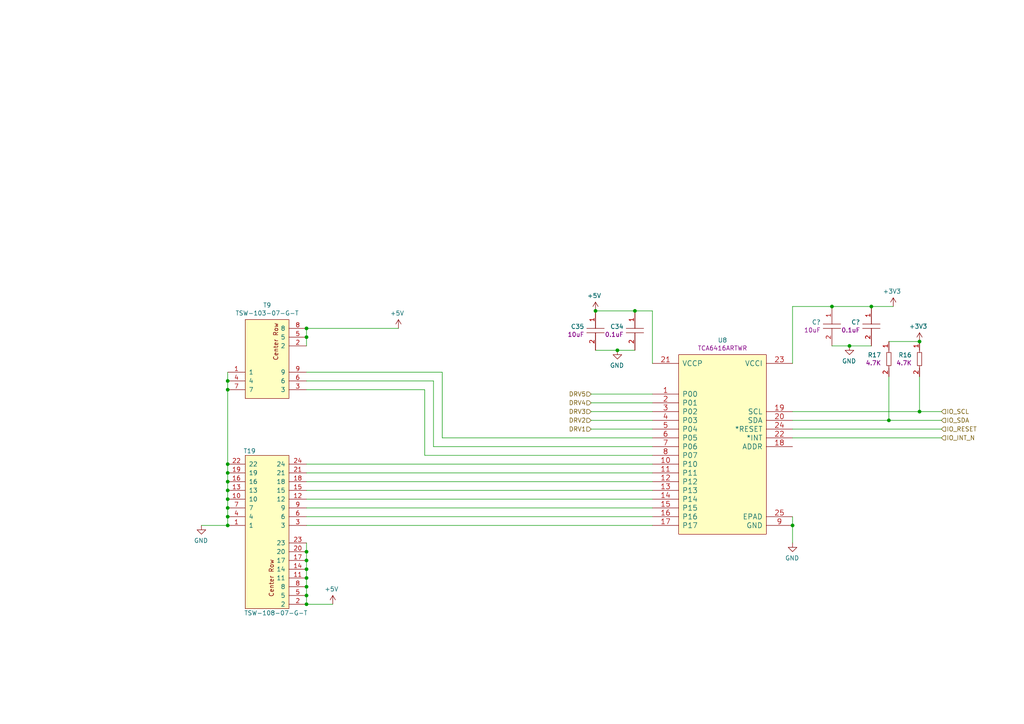
<source format=kicad_sch>
(kicad_sch (version 20231120) (generator "eeschema") (generator_version "8.0")
  (paper "A4")
  (lib_symbols
    (symbol "AVR-KiCAD-Lib-Capacitors:C0402C104K9PACTU" (pin_names (offset 1.016))
      (property "Reference" "C" (at -2.54 2.54 0))
      (property "_Value_" "0.1uF" (at 58.42 63.5 0))
      (symbol "C0402C104K9PACTU_1_1"
        (polyline (pts (xy 0 2.54) (xy 0 -2.54)))
        (polyline (pts (xy 1.27 2.54) (xy 1.27 -2.54)))
        (pin input line (at -5.08 0 0) (length 5.08) (name "~") (number "1"))
        (pin input line (at 6.35 0 180) (length 5.08) (name "~") (number "2"))
      )
    )
    (symbol "AVR-KiCAD-Lib-Capacitors:GRM188R61A106KE69J" (pin_names (offset 1.016))
      (property "Reference" "C" (at -2.54 2.54 0))
      (property "_Value_" "10uF" (at 58.42 63.5 0))
      (symbol "GRM188R61A106KE69J_1_1"
        (polyline (pts (xy 0 2.54) (xy 0 -2.54)))
        (polyline (pts (xy 1.27 2.54) (xy 1.27 -2.54)))
        (pin input line (at -5.08 0 0) (length 5.08) (name "~") (number "1"))
        (pin input line (at 6.35 0 180) (length 5.08) (name "~") (number "2"))
      )
    )
    (symbol "AVR-KiCAD-Lib-Connectors:TSW-103-07-G-T" (pin_names (offset 1.016))
      (property "Reference" "J" (at -2.54 2.54 0))
      (property "Value" "TSW-103-07-G-T" (at 1.27 5.08 0))
      (symbol "TSW-103-07-G-T_0_0"
        (text "Center Row" (at 8.89 -16.51 900) (effects (font (size 1.27 1.27))))
      )
      (symbol "TSW-103-07-G-T_0_1"
        (rectangle (start 0 0) (end 12.7 -22.86) (fill (type background)))
      )
      (symbol "TSW-103-07-G-T_1_1"
        (pin passive line (at -5.08 -7.62 0) (length 5.08) (name "1") (number "1"))
        (pin passive line (at 17.78 -15.24 180) (length 5.08) (name "2") (number "2"))
        (pin passive line (at 17.78 -2.54 180) (length 5.08) (name "3") (number "3"))
        (pin passive line (at -5.08 -5.08 0) (length 5.08) (name "4") (number "4"))
        (pin passive line (at 17.78 -17.78 180) (length 5.08) (name "5") (number "5"))
        (pin passive line (at 17.78 -5.08 180) (length 5.08) (name "6") (number "6"))
        (pin passive line (at -5.08 -2.54 0) (length 5.08) (name "7") (number "7"))
        (pin passive line (at 17.78 -20.32 180) (length 5.08) (name "8") (number "8"))
        (pin passive line (at 17.78 -7.62 180) (length 5.08) (name "9") (number "9"))
      )
    )
    (symbol "AVR-KiCAD-Lib-Connectors:TSW-108-07-G-T" (pin_names (offset 1.016))
      (property "Reference" "J" (at -2.54 2.54 0))
      (property "Value" "TSW-108-07-G-T" (at 1.27 5.08 0))
      (symbol "TSW-108-07-G-T_0_0"
        (text "Center Row" (at 7.62 -35.56 900) (effects (font (size 1.27 1.27))))
      )
      (symbol "TSW-108-07-G-T_0_1"
        (rectangle (start 0 0) (end 12.7 -44.45) (fill (type background)))
      )
      (symbol "TSW-108-07-G-T_1_1"
        (pin passive line (at -5.08 -20.32 0) (length 5.08) (name "1") (number "1"))
        (pin passive line (at -5.08 -12.7 0) (length 5.08) (name "10") (number "10"))
        (pin passive line (at 17.78 -35.56 180) (length 5.08) (name "11") (number "11"))
        (pin passive line (at 17.78 -12.7 180) (length 5.08) (name "12") (number "12"))
        (pin passive line (at -5.08 -10.16 0) (length 5.08) (name "13") (number "13"))
        (pin passive line (at 17.78 -33.02 180) (length 5.08) (name "14") (number "14"))
        (pin passive line (at 17.78 -10.16 180) (length 5.08) (name "15") (number "15"))
        (pin passive line (at -5.08 -7.62 0) (length 5.08) (name "16") (number "16"))
        (pin passive line (at 17.78 -30.48 180) (length 5.08) (name "17") (number "17"))
        (pin passive line (at 17.78 -7.62 180) (length 5.08) (name "18") (number "18"))
        (pin passive line (at -5.08 -5.08 0) (length 5.08) (name "19") (number "19"))
        (pin passive line (at 17.78 -43.18 180) (length 5.08) (name "2") (number "2"))
        (pin passive line (at 17.78 -27.94 180) (length 5.08) (name "20") (number "20"))
        (pin passive line (at 17.78 -5.08 180) (length 5.08) (name "21") (number "21"))
        (pin passive line (at -5.08 -2.54 0) (length 5.08) (name "22") (number "22"))
        (pin passive line (at 17.78 -25.4 180) (length 5.08) (name "23") (number "23"))
        (pin passive line (at 17.78 -2.54 180) (length 5.08) (name "24") (number "24"))
        (pin passive line (at 17.78 -20.32 180) (length 5.08) (name "3") (number "3"))
        (pin passive line (at -5.08 -17.78 0) (length 5.08) (name "4") (number "4"))
        (pin passive line (at 17.78 -40.64 180) (length 5.08) (name "5") (number "5"))
        (pin passive line (at 17.78 -17.78 180) (length 5.08) (name "6") (number "6"))
        (pin passive line (at -5.08 -15.24 0) (length 5.08) (name "7") (number "7"))
        (pin passive line (at 17.78 -38.1 180) (length 5.08) (name "8") (number "8"))
        (pin passive line (at 17.78 -15.24 180) (length 5.08) (name "9") (number "9"))
      )
    )
    (symbol "AVR-KiCAD-Lib-ICs:TCA6416ARTWR" (pin_names (offset 1.016))
      (property "Reference" "U" (at 0 1.27 0))
      (property "_Value_" "TCA6416ARTWR" (at 58.42 63.5 0))
      (symbol "TCA6416ARTWR_0_1"
        (rectangle (start 0 0) (end 25.4 -52.07) (fill (type background)))
      )
      (symbol "TCA6416ARTWR_1_1"
        (pin output line (at 33.02 -11.43 180) (length 7.62) (name "P00") (number "1"))
        (pin output line (at 33.02 -31.75 180) (length 7.62) (name "P10") (number "10"))
        (pin output line (at 33.02 -34.29 180) (length 7.62) (name "P11") (number "11"))
        (pin power_in line (at 33.02 -36.83 180) (length 7.62) (name "P12") (number "12"))
        (pin output line (at 33.02 -39.37 180) (length 7.62) (name "P13") (number "13"))
        (pin output line (at 33.02 -41.91 180) (length 7.62) (name "P14") (number "14"))
        (pin output line (at 33.02 -44.45 180) (length 7.62) (name "P15") (number "15"))
        (pin output line (at 33.02 -46.99 180) (length 7.62) (name "P16") (number "16"))
        (pin output line (at 33.02 -49.53 180) (length 7.62) (name "P17") (number "17"))
        (pin unspecified line (at -7.62 -26.67 0) (length 7.62) (name "ADDR") (number "18"))
        (pin unspecified line (at -7.62 -16.51 0) (length 7.62) (name "SCL") (number "19"))
        (pin output line (at 33.02 -13.97 180) (length 7.62) (name "P01") (number "2"))
        (pin unspecified line (at -7.62 -19.05 0) (length 7.62) (name "SDA") (number "20"))
        (pin power_in line (at 33.02 -2.54 180) (length 7.62) (name "VCCP") (number "21"))
        (pin output line (at -7.62 -24.13 0) (length 7.62) (name "*INT") (number "22"))
        (pin power_in line (at -7.62 -2.54 0) (length 7.62) (name "VCCI") (number "23"))
        (pin input line (at -7.62 -21.59 0) (length 7.62) (name "*RESET") (number "24"))
        (pin unspecified line (at -7.62 -46.99 0) (length 7.62) (name "EPAD") (number "25"))
        (pin output line (at 33.02 -16.51 180) (length 7.62) (name "P02") (number "3"))
        (pin output line (at 33.02 -19.05 180) (length 7.62) (name "P03") (number "4"))
        (pin output line (at 33.02 -21.59 180) (length 7.62) (name "P04") (number "5"))
        (pin output line (at 33.02 -24.13 180) (length 7.62) (name "P05") (number "6"))
        (pin output line (at 33.02 -26.67 180) (length 7.62) (name "P06") (number "7"))
        (pin output line (at 33.02 -29.21 180) (length 7.62) (name "P07") (number "8"))
        (pin power_in line (at -7.62 -49.53 0) (length 7.62) (name "GND") (number "9"))
      )
    )
    (symbol "AVR-KiCAD-Lib-Resistors:RC0402FR-074K7L" (pin_names (offset 1.016))
      (property "Reference" "R" (at -2.54 2.54 0))
      (property "Value" "RC0402FR-074K7L" (at 1.27 5.08 0))
      (property "_Value_" "4.7K" (at 58.42 63.5 0))
      (symbol "RC0402FR-074K7L_0_1"
        (rectangle (start -1.905 0.635) (end 1.905 -0.635))
        (polyline (pts (xy -2.54 0) (xy -1.905 0)))
        (polyline (pts (xy -1.905 0) (xy -1.905 0)))
        (polyline (pts (xy 1.905 0) (xy 1.905 0)))
        (polyline (pts (xy 2.54 0) (xy 1.905 0)))
      )
      (symbol "RC0402FR-074K7L_1_1"
        (pin passive line (at -5.08 0 0) (length 2.5146) (name "~") (number "1"))
        (pin passive line (at 5.08 0 180) (length 2.5146) (name "~") (number "2"))
      )
    )
    (symbol "agricoltura-vine-k-rescue:+3V3-power" (power) (pin_names (offset 0))
      (property "Value" "power_+3V3" (at 0 3.556 0))
      (symbol "+3V3-power_0_1"
        (polyline (pts (xy -0.762 1.27) (xy 0 2.54)))
        (polyline (pts (xy 0 0) (xy 0 2.54)))
        (polyline (pts (xy 0 2.54) (xy 0.762 1.27)))
      )
      (symbol "+3V3-power_1_1"
        (pin power_in line (at 0 0 90) (length 0) hide (name "+3V3") (number "1"))
      )
    )
    (symbol "agricoltura-vine-k-rescue:+5V-power" (power) (pin_names (offset 0))
      (property "Value" "power_+5V" (at 0 3.556 0))
      (symbol "+5V-power_0_1"
        (polyline (pts (xy -0.762 1.27) (xy 0 2.54)))
        (polyline (pts (xy 0 0) (xy 0 2.54)))
        (polyline (pts (xy 0 2.54) (xy 0.762 1.27)))
      )
      (symbol "+5V-power_1_1"
        (pin power_in line (at 0 0 90) (length 0) hide (name "+5V") (number "1"))
      )
    )
    (symbol "agricoltura-vine-k-rescue:GND-power" (power) (pin_names (offset 0))
      (property "Value" "power_GND" (at 0 -3.81 0))
      (symbol "GND-power_0_1"
        (polyline (pts (xy 0 0) (xy 0 -1.27) (xy 1.27 -1.27) (xy 0 -2.54) (xy -1.27 -1.27) (xy 0 -1.27)))
      )
      (symbol "GND-power_1_1"
        (pin power_in line (at 0 0 270) (length 0) hide (name "GND") (number "1"))
      )
    )
  )
  (junction (at 184.15 90.17))
  (junction (at 66.04 149.86))
  (junction (at 66.04 152.4))
  (junction (at 66.04 147.32))
  (junction (at 252.73 88.9))
  (junction (at 66.04 134.62))
  (junction (at 88.9 162.56))
  (junction (at 172.72 90.17))
  (junction (at 241.3 88.9))
  (junction (at 266.7 119.38))
  (junction (at 229.87 152.4))
  (junction (at 66.04 110.49))
  (junction (at 66.04 139.7))
  (junction (at 66.04 137.16))
  (junction (at 88.9 167.64))
  (junction (at 257.81 121.92))
  (junction (at 266.7 99.06))
  (junction (at 179.07 101.6))
  (junction (at 88.9 160.02))
  (junction (at 88.9 172.72))
  (junction (at 88.9 95.25))
  (junction (at 246.38 100.33))
  (junction (at 66.04 144.78))
  (junction (at 88.9 97.79))
  (junction (at 66.04 113.03))
  (junction (at 88.9 165.1))
  (junction (at 88.9 175.26))
  (junction (at 88.9 170.18))
  (junction (at 66.04 142.24))
  (wire (pts (xy 66.04 144.78) (xy 66.04 147.32)))
  (wire (pts (xy 189.23 119.38) (xy 171.45 119.38)))
  (wire (pts (xy 66.04 149.86) (xy 66.04 152.4)))
  (wire (pts (xy 66.04 134.62) (xy 66.04 137.16)))
  (wire (pts (xy 88.9 157.48) (xy 88.9 160.02)))
  (wire (pts (xy 189.23 116.84) (xy 171.45 116.84)))
  (wire (pts (xy 189.23 144.78) (xy 88.9 144.78)))
  (wire (pts (xy 252.73 100.33) (xy 246.38 100.33)))
  (wire (pts (xy 266.7 99.06) (xy 257.81 99.06)))
  (wire (pts (xy 88.9 167.64) (xy 88.9 170.18)))
  (wire (pts (xy 88.9 162.56) (xy 88.9 165.1)))
  (wire (pts (xy 229.87 121.92) (xy 257.81 121.92)))
  (wire (pts (xy 189.23 142.24) (xy 88.9 142.24)))
  (wire (pts (xy 128.27 107.95) (xy 88.9 107.95)))
  (wire (pts (xy 172.72 90.17) (xy 184.15 90.17)))
  (wire (pts (xy 184.15 101.6) (xy 179.07 101.6)))
  (wire (pts (xy 66.04 147.32) (xy 66.04 149.86)))
  (wire (pts (xy 88.9 170.18) (xy 88.9 172.72)))
  (wire (pts (xy 88.9 160.02) (xy 88.9 162.56)))
  (wire (pts (xy 246.38 100.33) (xy 241.3 100.33)))
  (wire (pts (xy 123.19 113.03) (xy 88.9 113.03)))
  (wire (pts (xy 189.23 124.46) (xy 171.45 124.46)))
  (wire (pts (xy 88.9 172.72) (xy 88.9 175.26)))
  (wire (pts (xy 171.45 114.3) (xy 189.23 114.3)))
  (wire (pts (xy 58.42 152.4) (xy 66.04 152.4)))
  (wire (pts (xy 88.9 110.49) (xy 125.73 110.49)))
  (wire (pts (xy 88.9 165.1) (xy 88.9 167.64)))
  (wire (pts (xy 189.23 90.17) (xy 189.23 105.41)))
  (wire (pts (xy 88.9 100.33) (xy 88.9 97.79)))
  (wire (pts (xy 189.23 132.08) (xy 123.19 132.08)))
  (wire (pts (xy 229.87 152.4) (xy 229.87 157.48)))
  (wire (pts (xy 66.04 137.16) (xy 66.04 139.7)))
  (wire (pts (xy 66.04 142.24) (xy 66.04 144.78)))
  (wire (pts (xy 229.87 88.9) (xy 241.3 88.9)))
  (wire (pts (xy 273.05 121.92) (xy 257.81 121.92)))
  (wire (pts (xy 88.9 97.79) (xy 88.9 95.25)))
  (wire (pts (xy 184.15 90.17) (xy 189.23 90.17)))
  (wire (pts (xy 229.87 127) (xy 273.05 127)))
  (wire (pts (xy 189.23 127) (xy 128.27 127)))
  (wire (pts (xy 229.87 149.86) (xy 229.87 152.4)))
  (wire (pts (xy 66.04 107.95) (xy 66.04 110.49)))
  (wire (pts (xy 128.27 127) (xy 128.27 107.95)))
  (wire (pts (xy 189.23 152.4) (xy 88.9 152.4)))
  (wire (pts (xy 266.7 109.22) (xy 266.7 119.38)))
  (wire (pts (xy 257.81 109.22) (xy 257.81 121.92)))
  (wire (pts (xy 88.9 175.26) (xy 96.52 175.26)))
  (wire (pts (xy 189.23 139.7) (xy 88.9 139.7)))
  (wire (pts (xy 273.05 119.38) (xy 266.7 119.38)))
  (wire (pts (xy 229.87 124.46) (xy 273.05 124.46)))
  (wire (pts (xy 252.73 88.9) (xy 259.08 88.9)))
  (wire (pts (xy 229.87 119.38) (xy 266.7 119.38)))
  (wire (pts (xy 189.23 121.92) (xy 171.45 121.92)))
  (wire (pts (xy 66.04 110.49) (xy 66.04 113.03)))
  (wire (pts (xy 123.19 132.08) (xy 123.19 113.03)))
  (wire (pts (xy 125.73 110.49) (xy 125.73 129.54)))
  (wire (pts (xy 66.04 139.7) (xy 66.04 142.24)))
  (wire (pts (xy 189.23 137.16) (xy 88.9 137.16)))
  (wire (pts (xy 179.07 101.6) (xy 172.72 101.6)))
  (wire (pts (xy 66.04 113.03) (xy 66.04 134.62)))
  (wire (pts (xy 229.87 105.41) (xy 229.87 88.9)))
  (wire (pts (xy 189.23 149.86) (xy 88.9 149.86)))
  (wire (pts (xy 241.3 88.9) (xy 252.73 88.9)))
  (wire (pts (xy 125.73 129.54) (xy 189.23 129.54)))
  (wire (pts (xy 88.9 95.25) (xy 115.57 95.25)))
  (wire (pts (xy 189.23 134.62) (xy 88.9 134.62)))
  (wire (pts (xy 189.23 147.32) (xy 88.9 147.32)))
  (hierarchical_label "DRV3" (shape input) (at 171.45 119.38 180))
  (hierarchical_label "DRV5" (shape input) (at 171.45 114.3 180))
  (hierarchical_label "IO_SCL" (shape input) (at 273.05 119.38 0))
  (hierarchical_label "IO_RESET" (shape input) (at 273.05 124.46 0))
  (hierarchical_label "IO_SDA" (shape input) (at 273.05 121.92 0))
  (hierarchical_label "DRV2" (shape input) (at 171.45 121.92 180))
  (hierarchical_label "DRV4" (shape input) (at 171.45 116.84 180))
  (hierarchical_label "IO_INT_N" (shape input) (at 273.05 127 0))
  (hierarchical_label "DRV1" (shape input) (at 171.45 124.46 180))
  (symbol (lib_id "AVR-KiCAD-Lib-Capacitors:GRM188R61A106KE69J") (at 172.72 95.25 90) (mirror x) (unit 1)
    (property "Reference" "C35" (at 169.4688 94.7166 90) (effects (justify left)))
    (property "Value" "GRM188R61A106KE69J" (effects (hide yes)))
    (property "Footprint" "AVR-KiCAD-Lib-Capacitors:C0603" (effects (hide yes)))
    (property "Datasheet" "https://search.murata.co.jp/Ceramy/image/img/A01X/G101/ENG/GRM188R61A106KE69-01.pdf" (effects (hide yes)))
    (property "Description" "10µF ±10% 10V Ceramic Capacitor X5R 0603 (1608 Metric)" (effects (hide yes)))
    (property "Cost QTY: 1" "0.18000" (effects (hide yes)))
    (property "Cost QTY: 1000" "0.03841" (effects (hide yes)))
    (property "Cost QTY: 2500" "0.03674" (effects (hide yes)))
    (property "Cost QTY: 5000" "0.03340" (effects (hide yes)))
    (property "Cost QTY: 10000" "0.02640" (effects (hide yes)))
    (property "MFR" "Murata Electronics" (effects (hide yes)))
    (property "MFR#" "GRM188R61A106KE69J" (effects (hide yes)))
    (property "Vendor" "Digikey" (effects (hide yes)))
    (property "Vendor #" "490-14372-2-ND" (effects (hide yes)))
    (property "Designer" "AVR" (effects (hide yes)))
    (property "Height" "0.95mm" (effects (hide yes)))
    (property "Date Created" "2/28/2020" (effects (hide yes)))
    (property "Date Modified" "2/28/2020" (effects (hide yes)))
    (property "Lead-Free ?" "Yes" (effects (hide yes)))
    (property "RoHS Levels" "1" (effects (hide yes)))
    (property "Mounting" "SMT" (effects (hide yes)))
    (property "Pin Count #" "2" (effects (hide yes)))
    (property "Status" "Active" (effects (hide yes)))
    (property "Tolerance" "10%" (effects (hide yes)))
    (property "Type" "Ceramic Cap" (effects (hide yes)))
    (property "Voltage" "10V" (effects (hide yes)))
    (property "Package" "0603" (effects (hide yes)))
    (property "_Value_" "10uF" (at 169.4688 97.028 90) (effects (justify left)))
    (property "Management_ID" "*" (effects (hide yes)))
  )
  (symbol (lib_id "AVR-KiCAD-Lib-Capacitors:C0402C104K9PACTU") (at 184.15 95.25 90) (mirror x) (unit 1)
    (property "Reference" "C34" (at 180.8988 94.7166 90) (effects (justify left)))
    (property "Value" "C0402C104K9PACTU" (effects (hide yes)))
    (property "Footprint" "AVR-KiCAD-Lib-Resistors:R0402" (effects (hide yes)))
    (property "Datasheet" "https://content.kemet.com/datasheets/KEM_C1006_X5R_SMD.pdf" (effects (hide yes)))
    (property "Description" "0.1µF ±10% 6.3V Ceramic Capacitor X5R 0402 (1005 Metric)" (effects (hide yes)))
    (property "Cost QTY: 1" "0.10000" (effects (hide yes)))
    (property "Cost QTY: 1000" "0.01139" (effects (hide yes)))
    (property "Cost QTY: 2500" "0.01035" (effects (hide yes)))
    (property "Cost QTY: 5000" "0.00952" (effects (hide yes)))
    (property "Cost QTY: 10000" "0.00756" (effects (hide yes)))
    (property "MFR" "KEMET" (effects (hide yes)))
    (property "MFR#" "C0402C104K9PACTU" (effects (hide yes)))
    (property "Vendor" "Digikey" (effects (hide yes)))
    (property "Vendor #" "399-3026-6-ND" (effects (hide yes)))
    (property "Designer" "AVR" (effects (hide yes)))
    (property "Height" "0.55mm" (effects (hide yes)))
    (property "Date Created" "12/7/2019" (effects (hide yes)))
    (property "Date Modified" "12/7/2019" (effects (hide yes)))
    (property "Lead-Free ?" "Yes" (effects (hide yes)))
    (property "RoHS Levels" "1" (effects (hide yes)))
    (property "Mounting" "SMT" (effects (hide yes)))
    (property "Pin Count #" "2" (effects (hide yes)))
    (property "Status" "Active" (effects (hide yes)))
    (property "Tolerance" "10%" (effects (hide yes)))
    (property "Type" "Ceramic Cap" (effects (hide yes)))
    (property "Voltage" "6.3V" (effects (hide yes)))
    (property "Package" "0402" (effects (hide yes)))
    (property "_Value_" "0.1uF" (at 180.8988 97.028 90) (effects (justify left)))
    (property "Management_ID" "*" (effects (hide yes)))
  )
  (symbol (lib_id "agricoltura-vine-k-rescue:+5V-power") (at 172.72 90.17 0) (mirror y) (unit 1)
    (property "Reference" "#PWR0103" (effects (hide yes)))
    (property "Value" "+5V" (at 172.339 85.7758 0))
  )
  (symbol (lib_id "agricoltura-vine-k-rescue:GND-power") (at 179.07 101.6 0) (mirror y) (unit 1)
    (property "Reference" "#PWR0115" (effects (hide yes)))
    (property "Value" "GND" (at 178.943 105.9942 0))
  )
  (symbol (lib_id "AVR-KiCAD-Lib-Resistors:RC0402FR-074K7L") (at 266.7 104.14 90) (mirror x) (unit 1)
    (property "Reference" "R16" (at 264.4648 102.9716 90) (effects (justify left)))
    (property "Value" "RC0402FR-074K7L" (effects (hide yes)))
    (property "Footprint" "AVR-KiCAD-Lib-Resistors:R0402" (effects (hide yes)))
    (property "Datasheet" "https://www.yageo.com/upload/media/product/productsearch/datasheet/rchip/PYu-RC_Group_51_RoHS_L_10.pdf" (effects (hide yes)))
    (property "Description" "4.7 kOhms ±1% 0.063W, 1/16W Chip Resistor 0402 (1005 Metric) Moisture Resistant Thick Film" (effects (hide yes)))
    (property "Cost QTY: 1" "0.10000" (effects (hide yes)))
    (property "Cost QTY: 1000" "0.00289" (effects (hide yes)))
    (property "Cost QTY: 2500" "0.00251" (effects (hide yes)))
    (property "Cost QTY: 5000" "0.00207" (effects (hide yes)))
    (property "Cost QTY: 10000" "0.00163" (effects (hide yes)))
    (property "MFR" "Yageo" (effects (hide yes)))
    (property "MFR#" "RC0402FR-074K7L" (effects (hide yes)))
    (property "Vendor" "Digikey" (effects (hide yes)))
    (property "Vendor #" "311-4.7KLRCT-ND" (effects (hide yes)))
    (property "Designer" "AVR" (effects (hide yes)))
    (property "Height" "0.4mm" (effects (hide yes)))
    (property "Date Created" "12/11/2019" (effects (hide yes)))
    (property "Date Modified" "12/11/2019" (effects (hide yes)))
    (property "Lead-Free ?" "Yes" (effects (hide yes)))
    (property "RoHS Levels" "1" (effects (hide yes)))
    (property "Mounting" "SMT" (effects (hide yes)))
    (property "Pin Count #" "2" (effects (hide yes)))
    (property "Status" "Active" (effects (hide yes)))
    (property "Tolerance" "1%" (effects (hide yes)))
    (property "Type" "Thick Film Resistor" (effects (hide yes)))
    (property "Voltage" "*" (effects (hide yes)))
    (property "Package" "0402" (effects (hide yes)))
    (property "_Value_" "4.7K" (at 264.4648 105.283 90) (effects (justify left)))
    (property "Management_ID" "*" (effects (hide yes)))
    (instances (project "agricoltura-water-lily" (path "" (reference "R16") (unit 1)) (path "" (reference "R?") (unit 1))))
  )
  (symbol (lib_id "AVR-KiCAD-Lib-Resistors:RC0402FR-074K7L") (at 257.81 104.14 90) (mirror x) (unit 1)
    (property "Reference" "R17" (at 255.5748 102.9716 90) (effects (justify left)))
    (property "Value" "RC0402FR-074K7L" (effects (hide yes)))
    (property "Footprint" "AVR-KiCAD-Lib-Resistors:R0402" (effects (hide yes)))
    (property "Datasheet" "https://www.yageo.com/upload/media/product/productsearch/datasheet/rchip/PYu-RC_Group_51_RoHS_L_10.pdf" (effects (hide yes)))
    (property "Description" "4.7 kOhms ±1% 0.063W, 1/16W Chip Resistor 0402 (1005 Metric) Moisture Resistant Thick Film" (effects (hide yes)))
    (property "Cost QTY: 1" "0.10000" (effects (hide yes)))
    (property "Cost QTY: 1000" "0.00289" (effects (hide yes)))
    (property "Cost QTY: 2500" "0.00251" (effects (hide yes)))
    (property "Cost QTY: 5000" "0.00207" (effects (hide yes)))
    (property "Cost QTY: 10000" "0.00163" (effects (hide yes)))
    (property "MFR" "Yageo" (effects (hide yes)))
    (property "MFR#" "RC0402FR-074K7L" (effects (hide yes)))
    (property "Vendor" "Digikey" (effects (hide yes)))
    (property "Vendor #" "311-4.7KLRCT-ND" (effects (hide yes)))
    (property "Designer" "AVR" (effects (hide yes)))
    (property "Height" "0.4mm" (effects (hide yes)))
    (property "Date Created" "12/11/2019" (effects (hide yes)))
    (property "Date Modified" "12/11/2019" (effects (hide yes)))
    (property "Lead-Free ?" "Yes" (effects (hide yes)))
    (property "RoHS Levels" "1" (effects (hide yes)))
    (property "Mounting" "SMT" (effects (hide yes)))
    (property "Pin Count #" "2" (effects (hide yes)))
    (property "Status" "Active" (effects (hide yes)))
    (property "Tolerance" "1%" (effects (hide yes)))
    (property "Type" "Thick Film Resistor" (effects (hide yes)))
    (property "Voltage" "*" (effects (hide yes)))
    (property "Package" "0402" (effects (hide yes)))
    (property "_Value_" "4.7K" (at 255.5748 105.283 90) (effects (justify left)))
    (property "Management_ID" "*" (effects (hide yes)))
    (instances (project "agricoltura-water-lily" (path "" (reference "R17") (unit 1)) (path "" (reference "R?") (unit 1))))
  )
  (symbol (lib_id "agricoltura-vine-k-rescue:+3V3-power") (at 266.7 99.06 0) (mirror y) (unit 1)
    (property "Reference" "#PWR0101" (effects (hide yes)))
    (property "Value" "+3V3" (at 266.319 94.6658 0))
    (instances (project "agricoltura-water-lily" (path "" (reference "#PWR0101") (unit 1)) (path "" (reference "#PWR?") (unit 1))))
  )
  (symbol (lib_id "AVR-KiCAD-Lib-Capacitors:GRM188R61A106KE69J") (at 241.3 93.98 90) (mirror x) (unit 1)
    (property "Reference" "C?" (at 238.0488 93.4466 90) (effects (justify left)))
    (property "Value" "GRM188R61A106KE69J" (effects (hide yes)))
    (property "Footprint" "AVR-KiCAD-Lib-Capacitors:C0603" (effects (hide yes)))
    (property "Datasheet" "https://search.murata.co.jp/Ceramy/image/img/A01X/G101/ENG/GRM188R61A106KE69-01.pdf" (effects (hide yes)))
    (property "Description" "10µF ±10% 10V Ceramic Capacitor X5R 0603 (1608 Metric)" (effects (hide yes)))
    (property "Cost QTY: 1" "0.18000" (effects (hide yes)))
    (property "Cost QTY: 1000" "0.03841" (effects (hide yes)))
    (property "Cost QTY: 2500" "0.03674" (effects (hide yes)))
    (property "Cost QTY: 5000" "0.03340" (effects (hide yes)))
    (property "Cost QTY: 10000" "0.02640" (effects (hide yes)))
    (property "MFR" "Murata Electronics" (effects (hide yes)))
    (property "MFR#" "GRM188R61A106KE69J" (effects (hide yes)))
    (property "Vendor" "Digikey" (effects (hide yes)))
    (property "Vendor #" "490-14372-2-ND" (effects (hide yes)))
    (property "Designer" "AVR" (effects (hide yes)))
    (property "Height" "0.95mm" (effects (hide yes)))
    (property "Date Created" "2/28/2020" (effects (hide yes)))
    (property "Date Modified" "2/28/2020" (effects (hide yes)))
    (property "Lead-Free ?" "Yes" (effects (hide yes)))
    (property "RoHS Levels" "1" (effects (hide yes)))
    (property "Mounting" "SMT" (effects (hide yes)))
    (property "Pin Count #" "2" (effects (hide yes)))
    (property "Status" "Active" (effects (hide yes)))
    (property "Tolerance" "10%" (effects (hide yes)))
    (property "Type" "Ceramic Cap" (effects (hide yes)))
    (property "Voltage" "10V" (effects (hide yes)))
    (property "Package" "0603" (effects (hide yes)))
    (property "_Value_" "10uF" (at 238.0488 95.758 90) (effects (justify left)))
    (property "Management_ID" "*" (effects (hide yes)))
    (instances (project "agricoltura-water-lily" (path "" (reference "C?") (unit 1)) (path "" (reference "C33") (unit 1))))
  )
  (symbol (lib_id "AVR-KiCAD-Lib-Capacitors:C0402C104K9PACTU") (at 252.73 93.98 90) (mirror x) (unit 1)
    (property "Reference" "C?" (at 249.4788 93.4466 90) (effects (justify left)))
    (property "Value" "C0402C104K9PACTU" (effects (hide yes)))
    (property "Footprint" "AVR-KiCAD-Lib-Resistors:R0402" (effects (hide yes)))
    (property "Datasheet" "https://content.kemet.com/datasheets/KEM_C1006_X5R_SMD.pdf" (effects (hide yes)))
    (property "Description" "0.1µF ±10% 6.3V Ceramic Capacitor X5R 0402 (1005 Metric)" (effects (hide yes)))
    (property "Cost QTY: 1" "0.10000" (effects (hide yes)))
    (property "Cost QTY: 1000" "0.01139" (effects (hide yes)))
    (property "Cost QTY: 2500" "0.01035" (effects (hide yes)))
    (property "Cost QTY: 5000" "0.00952" (effects (hide yes)))
    (property "Cost QTY: 10000" "0.00756" (effects (hide yes)))
    (property "MFR" "KEMET" (effects (hide yes)))
    (property "MFR#" "C0402C104K9PACTU" (effects (hide yes)))
    (property "Vendor" "Digikey" (effects (hide yes)))
    (property "Vendor #" "399-3026-6-ND" (effects (hide yes)))
    (property "Designer" "AVR" (effects (hide yes)))
    (property "Height" "0.55mm" (effects (hide yes)))
    (property "Date Created" "12/7/2019" (effects (hide yes)))
    (property "Date Modified" "12/7/2019" (effects (hide yes)))
    (property "Lead-Free ?" "Yes" (effects (hide yes)))
    (property "RoHS Levels" "1" (effects (hide yes)))
    (property "Mounting" "SMT" (effects (hide yes)))
    (property "Pin Count #" "2" (effects (hide yes)))
    (property "Status" "Active" (effects (hide yes)))
    (property "Tolerance" "10%" (effects (hide yes)))
    (property "Type" "Ceramic Cap" (effects (hide yes)))
    (property "Voltage" "6.3V" (effects (hide yes)))
    (property "Package" "0402" (effects (hide yes)))
    (property "_Value_" "0.1uF" (at 249.4788 95.758 90) (effects (justify left)))
    (property "Management_ID" "*" (effects (hide yes)))
    (instances (project "agricoltura-water-lily" (path "" (reference "C?") (unit 1)) (path "" (reference "C32") (unit 1))))
  )
  (symbol (lib_id "agricoltura-vine-k-rescue:+3V3-power") (at 259.08 88.9 0) (mirror y) (unit 1)
    (property "Reference" "#PWR0116" (effects (hide yes)))
    (property "Value" "+3V3" (at 258.699 84.5058 0))
  )
  (symbol (lib_id "agricoltura-vine-k-rescue:GND-power") (at 246.38 100.33 0) (mirror y) (unit 1)
    (property "Reference" "#PWR0117" (effects (hide yes)))
    (property "Value" "GND" (at 246.253 104.7242 0))
  )
  (symbol (lib_id "agricoltura-vine-k-rescue:GND-power") (at 229.87 157.48 0) (mirror y) (unit 1)
    (property "Reference" "#PWR0118" (effects (hide yes)))
    (property "Value" "GND" (at 229.743 161.8742 0))
  )
  (symbol (lib_id "agricoltura-vine-k-rescue:+5V-power") (at 96.52 175.26 0) (mirror y) (unit 1)
    (property "Reference" "#PWR0113" (effects (hide yes)))
    (property "Value" "+5V" (at 96.139 170.8658 0))
  )
  (symbol (lib_id "AVR-KiCAD-Lib-ICs:TCA6416ARTWR") (at 222.25 102.87 0) (mirror y) (unit 1)
    (property "Reference" "U8" (at 209.55 98.679 0))
    (property "Value" "TCA6416ARTWR" (effects (hide yes)))
    (property "Footprint" "AVR-KiCAD-Lib-ICs:TCA6416ARTWR" (effects (hide yes)))
    (property "Datasheet" "https://www.ti.com/lit/ds/symlink/tca6416a.pdf?HQS=TI-null-null-digikeymode-df-pf-null-wwe&ts=1593222624822" (effects (hide yes)))
    (property "Description" "I/O Expander 16 I²C, SMBus 400kHz 24-TSSOP" (effects (hide yes)))
    (property "Cost QTY: 1" "1.55000" (effects (hide yes)))
    (property "Cost QTY: 1000" "0.65800" (effects (hide yes)))
    (property "Cost QTY: 2500" "*" (effects (hide yes)))
    (property "Cost QTY: 5000" "*" (effects (hide yes)))
    (property "Cost QTY: 10000" "0.58280" (effects (hide yes)))
    (property "MFR" "Texas Instruments" (effects (hide yes)))
    (property "MFR#" "TCA6416ARTWR" (effects (hide yes)))
    (property "Vendor" "Digikey" (effects (hide yes)))
    (property "Vendor #" "296-24826-1-ND" (effects (hide yes)))
    (property "Designer" "AVR" (effects (hide yes)))
    (property "Height" "1.2mm" (effects (hide yes)))
    (property "Date Created" "6/26/2020" (effects (hide yes)))
    (property "Date Modified" "6/26/2020" (effects (hide yes)))
    (property "Lead-Free ?" "Yes" (effects (hide yes)))
    (property "RoHS Levels" "1" (effects (hide yes)))
    (property "Mounting" "SMT" (effects (hide yes)))
    (property "Pin Count #" "25" (effects (hide yes)))
    (property "Status" "Active" (effects (hide yes)))
    (property "Tolerance" "*" (effects (hide yes)))
    (property "Type" "IC" (effects (hide yes)))
    (property "Voltage" "1.65V ~ 5.5V" (effects (hide yes)))
    (property "Package" "24-WQFN (4x4)" (effects (hide yes)))
    (property "_Value_" "TCA6416ARTWR" (at 209.55 100.9904 0))
    (property "Management_ID" "*" (effects (hide yes)))
  )
  (symbol (lib_id "AVR-KiCAD-Lib-Connectors:TSW-108-07-G-T") (at 71.12 132.08 0) (unit 1)
    (property "Reference" "T19" (at 72.39 130.81 0))
    (property "Value" "TSW-108-07-G-T" (at 80.01 177.8 0))
    (property "Footprint" "AVR-KiCAD-Lib-Connectors:TSW-108-07-G-T" (effects (hide yes)))
    (property "Datasheet" "http://suddendocs.samtec.com/catalog_english/tsw_th.pdf" (effects (hide yes)))
    (property "Description" "Connector Header Through Hole 24 position 0.100\" (2.54mm)" (effects (hide yes)))
    (property "Cost QTY: 1" "2.51000" (effects (hide yes)))
    (property "Cost QTY: 1000" "1.39350" (effects (hide yes)))
    (property "Cost QTY: 2500" "*" (effects (hide yes)))
    (property "Cost QTY: 5000" "1.23557" (effects (hide yes)))
    (property "Cost QTY: 10000" "1.20770" (effects (hide yes)))
    (property "MFR" "Samtec Inc." (effects (hide yes)))
    (property "MFR#" "TSW-108-07-G-T" (effects (hide yes)))
    (property "Vendor" "Digikey" (effects (hide yes)))
    (property "Vendor #" "SAM10855-ND" (effects (hide yes)))
    (property "Designer" "AVR" (effects (hide yes)))
    (property "Height" "10.92mm" (effects (hide yes)))
    (property "Date Created" "6/18/2020" (effects (hide yes)))
    (property "Date Modified" "6/18/2020" (effects (hide yes)))
    (property "Lead-Free ?" "Yes" (effects (hide yes)))
    (property "RoHS Levels" "1" (effects (hide yes)))
    (property "Mounting" "SMT" (effects (hide yes)))
    (property "Pin Count #" "24" (effects (hide yes)))
    (property "Status" "Active" (effects (hide yes)))
    (property "Tolerance" "*" (effects (hide yes)))
    (property "Type" "Connector" (effects (hide yes)))
    (property "Voltage" "*" (effects (hide yes)))
    (property "Package" "*" (effects (hide yes)))
    (property "_Value_" "3X08" (effects (hide yes)))
    (property "Management_ID" "*" (effects (hide yes)))
  )
  (symbol (lib_id "agricoltura-vine-k-rescue:GND-power") (at 58.42 152.4 0) (mirror y) (unit 1)
    (property "Reference" "#PWR061" (effects (hide yes)))
    (property "Value" "GND" (at 58.293 156.7942 0))
  )
  (symbol (lib_id "AVR-KiCAD-Lib-Connectors:TSW-103-07-G-T") (at 71.12 115.57 0) (mirror x) (unit 1)
    (property "Reference" "T9" (at 77.47 88.519 0))
    (property "Value" "TSW-103-07-G-T" (at 77.47 90.8304 0))
    (property "Footprint" "AVR-KiCAD-Lib-Connectors:TSW-103-07-G-T" (effects (hide yes)))
    (property "Datasheet" "http://suddendocs.samtec.com/catalog_english/tsw_th.pdf" (effects (hide yes)))
    (property "Description" "Connector Header Through Hole 9 position 0.100\" (2.54mm)" (effects (hide yes)))
    (property "Cost QTY: 1" "1.01000" (effects (hide yes)))
    (property "Cost QTY: 1000" "0.55680" (effects (hide yes)))
    (property "Cost QTY: 2500" "*" (effects (hide yes)))
    (property "Cost QTY: 5000" "0.48720" (effects (hide yes)))
    (property "Cost QTY: 10000" "0.46284" (effects (hide yes)))
    (property "MFR" "Samtec Inc." (effects (hide yes)))
    (property "MFR#" "TSW-103-07-G-T" (effects (hide yes)))
    (property "Vendor" "Digikey" (effects (hide yes)))
    (property "Vendor #" "SAM10328-ND" (effects (hide yes)))
    (property "Designer" "AVR" (effects (hide yes)))
    (property "Height" "10.92mm" (effects (hide yes)))
    (property "Date Created" "7/23/2020" (effects (hide yes)))
    (property "Date Modified" "7/23/2020" (effects (hide yes)))
    (property "Lead-Free ?" "Yes" (effects (hide yes)))
    (property "RoHS Levels" "1" (effects (hide yes)))
    (property "Mounting" "ThroughHole" (effects (hide yes)))
    (property "Pin Count #" "96" (effects (hide yes)))
    (property "Status" "Active" (effects (hide yes)))
    (property "Tolerance" "*" (effects (hide yes)))
    (property "Type" "Connector" (effects (hide yes)))
    (property "Voltage" "*" (effects (hide yes)))
    (property "Package" "*" (effects (hide yes)))
    (property "_Value_" "3X03" (effects (hide yes)))
    (property "Management_ID" "*" (effects (hide yes)))
  )
  (symbol (lib_id "agricoltura-vine-k-rescue:+5V-power") (at 115.57 95.25 0) (mirror y) (unit 1)
    (property "Reference" "#PWR?" (effects (hide yes)))
    (property "Value" "+5V" (at 115.189 90.8558 0))
  )
)
</source>
